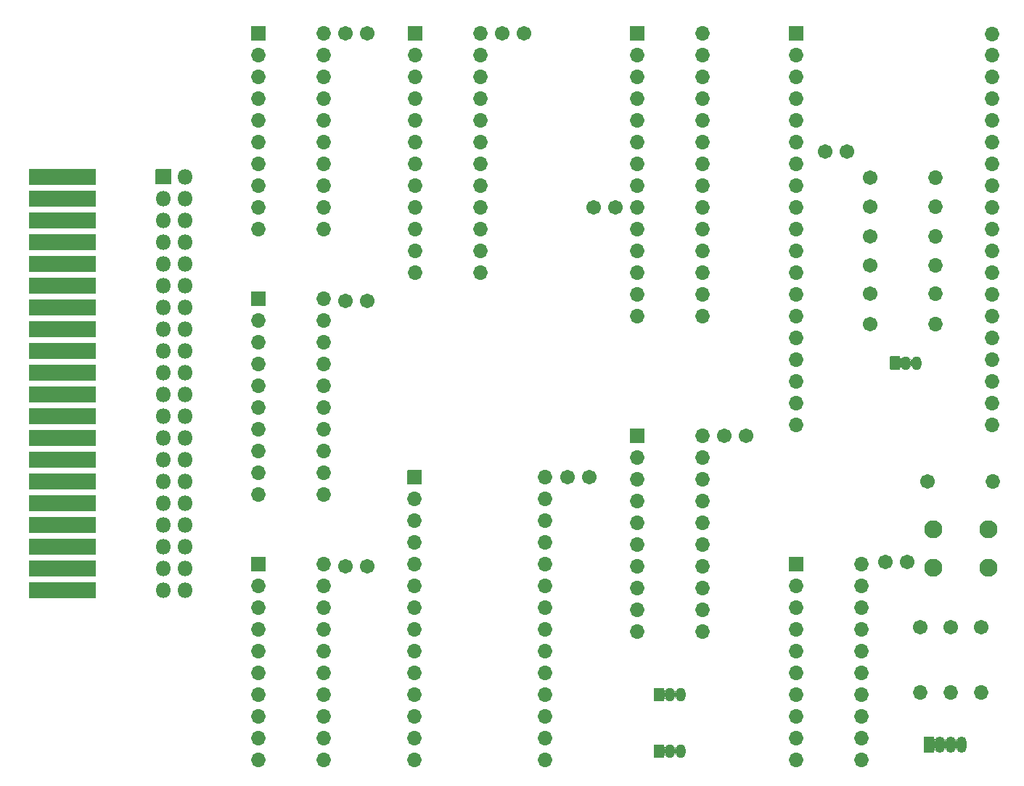
<source format=gbr>
%TF.GenerationSoftware,KiCad,Pcbnew,(5.1.9-0-10_14)*%
%TF.CreationDate,2021-07-19T10:05:44-07:00*%
%TF.ProjectId,TRS-IO-M1,5452532d-494f-42d4-9d31-2e6b69636164,rev?*%
%TF.SameCoordinates,Original*%
%TF.FileFunction,Soldermask,Bot*%
%TF.FilePolarity,Negative*%
%FSLAX46Y46*%
G04 Gerber Fmt 4.6, Leading zero omitted, Abs format (unit mm)*
G04 Created by KiCad (PCBNEW (5.1.9-0-10_14)) date 2021-07-19 10:05:44*
%MOMM*%
%LPD*%
G01*
G04 APERTURE LIST*
%ADD10O,1.702000X1.702000*%
%ADD11C,2.102000*%
%ADD12C,1.702000*%
%ADD13O,1.152000X1.602000*%
%ADD14O,1.802000X1.802000*%
%ADD15O,1.172000X1.902000*%
%ADD16C,0.100000*%
G04 APERTURE END LIST*
D10*
%TO.C,U9*%
X181737000Y-99009200D03*
X174117000Y-121869200D03*
X181737000Y-101549200D03*
X174117000Y-119329200D03*
X181737000Y-104089200D03*
X174117000Y-116789200D03*
X181737000Y-106629200D03*
X174117000Y-114249200D03*
X181737000Y-109169200D03*
X174117000Y-111709200D03*
X181737000Y-111709200D03*
X174117000Y-109169200D03*
X181737000Y-114249200D03*
X174117000Y-106629200D03*
X181737000Y-116789200D03*
X174117000Y-104089200D03*
X181737000Y-119329200D03*
X174117000Y-101549200D03*
X181737000Y-121869200D03*
G36*
G01*
X173266000Y-99809200D02*
X173266000Y-98209200D01*
G75*
G02*
X173317000Y-98158200I51000J0D01*
G01*
X174917000Y-98158200D01*
G75*
G02*
X174968000Y-98209200I0J-51000D01*
G01*
X174968000Y-99809200D01*
G75*
G02*
X174917000Y-99860200I-51000J0D01*
G01*
X173317000Y-99860200D01*
G75*
G02*
X173266000Y-99809200I0J51000D01*
G01*
G37*
%TD*%
%TO.C,U8*%
X155829000Y-52019200D03*
X148209000Y-79959200D03*
X155829000Y-54559200D03*
X148209000Y-77419200D03*
X155829000Y-57099200D03*
X148209000Y-74879200D03*
X155829000Y-59639200D03*
X148209000Y-72339200D03*
X155829000Y-62179200D03*
X148209000Y-69799200D03*
X155829000Y-64719200D03*
X148209000Y-67259200D03*
X155829000Y-67259200D03*
X148209000Y-64719200D03*
X155829000Y-69799200D03*
X148209000Y-62179200D03*
X155829000Y-72339200D03*
X148209000Y-59639200D03*
X155829000Y-74879200D03*
X148209000Y-57099200D03*
X155829000Y-77419200D03*
X148209000Y-54559200D03*
X155829000Y-79959200D03*
G36*
G01*
X147358000Y-52819200D02*
X147358000Y-51219200D01*
G75*
G02*
X147409000Y-51168200I51000J0D01*
G01*
X149009000Y-51168200D01*
G75*
G02*
X149060000Y-51219200I0J-51000D01*
G01*
X149060000Y-52819200D01*
G75*
G02*
X149009000Y-52870200I-51000J0D01*
G01*
X147409000Y-52870200D01*
G75*
G02*
X147358000Y-52819200I0J51000D01*
G01*
G37*
%TD*%
%TO.C,U7*%
X200279000Y-113995200D03*
X192659000Y-136855200D03*
X200279000Y-116535200D03*
X192659000Y-134315200D03*
X200279000Y-119075200D03*
X192659000Y-131775200D03*
X200279000Y-121615200D03*
X192659000Y-129235200D03*
X200279000Y-124155200D03*
X192659000Y-126695200D03*
X200279000Y-126695200D03*
X192659000Y-124155200D03*
X200279000Y-129235200D03*
X192659000Y-121615200D03*
X200279000Y-131775200D03*
X192659000Y-119075200D03*
X200279000Y-134315200D03*
X192659000Y-116535200D03*
X200279000Y-136855200D03*
G36*
G01*
X191808000Y-114795200D02*
X191808000Y-113195200D01*
G75*
G02*
X191859000Y-113144200I51000J0D01*
G01*
X193459000Y-113144200D01*
G75*
G02*
X193510000Y-113195200I0J-51000D01*
G01*
X193510000Y-114795200D01*
G75*
G02*
X193459000Y-114846200I-51000J0D01*
G01*
X191859000Y-114846200D01*
G75*
G02*
X191808000Y-114795200I0J51000D01*
G01*
G37*
%TD*%
%TO.C,U6*%
X137541000Y-113995200D03*
X129921000Y-136855200D03*
X137541000Y-116535200D03*
X129921000Y-134315200D03*
X137541000Y-119075200D03*
X129921000Y-131775200D03*
X137541000Y-121615200D03*
X129921000Y-129235200D03*
X137541000Y-124155200D03*
X129921000Y-126695200D03*
X137541000Y-126695200D03*
X129921000Y-124155200D03*
X137541000Y-129235200D03*
X129921000Y-121615200D03*
X137541000Y-131775200D03*
X129921000Y-119075200D03*
X137541000Y-134315200D03*
X129921000Y-116535200D03*
X137541000Y-136855200D03*
G36*
G01*
X129070000Y-114795200D02*
X129070000Y-113195200D01*
G75*
G02*
X129121000Y-113144200I51000J0D01*
G01*
X130721000Y-113144200D01*
G75*
G02*
X130772000Y-113195200I0J-51000D01*
G01*
X130772000Y-114795200D01*
G75*
G02*
X130721000Y-114846200I-51000J0D01*
G01*
X129121000Y-114846200D01*
G75*
G02*
X129070000Y-114795200I0J51000D01*
G01*
G37*
%TD*%
%TO.C,U5*%
X137541000Y-52019200D03*
X129921000Y-74879200D03*
X137541000Y-54559200D03*
X129921000Y-72339200D03*
X137541000Y-57099200D03*
X129921000Y-69799200D03*
X137541000Y-59639200D03*
X129921000Y-67259200D03*
X137541000Y-62179200D03*
X129921000Y-64719200D03*
X137541000Y-64719200D03*
X129921000Y-62179200D03*
X137541000Y-67259200D03*
X129921000Y-59639200D03*
X137541000Y-69799200D03*
X129921000Y-57099200D03*
X137541000Y-72339200D03*
X129921000Y-54559200D03*
X137541000Y-74879200D03*
G36*
G01*
X129070000Y-52819200D02*
X129070000Y-51219200D01*
G75*
G02*
X129121000Y-51168200I51000J0D01*
G01*
X130721000Y-51168200D01*
G75*
G02*
X130772000Y-51219200I0J-51000D01*
G01*
X130772000Y-52819200D01*
G75*
G02*
X130721000Y-52870200I-51000J0D01*
G01*
X129121000Y-52870200D01*
G75*
G02*
X129070000Y-52819200I0J51000D01*
G01*
G37*
%TD*%
%TO.C,U4*%
X137541000Y-83007200D03*
X129921000Y-105867200D03*
X137541000Y-85547200D03*
X129921000Y-103327200D03*
X137541000Y-88087200D03*
X129921000Y-100787200D03*
X137541000Y-90627200D03*
X129921000Y-98247200D03*
X137541000Y-93167200D03*
X129921000Y-95707200D03*
X137541000Y-95707200D03*
X129921000Y-93167200D03*
X137541000Y-98247200D03*
X129921000Y-90627200D03*
X137541000Y-100787200D03*
X129921000Y-88087200D03*
X137541000Y-103327200D03*
X129921000Y-85547200D03*
X137541000Y-105867200D03*
G36*
G01*
X129070000Y-83807200D02*
X129070000Y-82207200D01*
G75*
G02*
X129121000Y-82156200I51000J0D01*
G01*
X130721000Y-82156200D01*
G75*
G02*
X130772000Y-82207200I0J-51000D01*
G01*
X130772000Y-83807200D01*
G75*
G02*
X130721000Y-83858200I-51000J0D01*
G01*
X129121000Y-83858200D01*
G75*
G02*
X129070000Y-83807200I0J51000D01*
G01*
G37*
%TD*%
%TO.C,U3*%
X181737000Y-52019200D03*
X174117000Y-85039200D03*
X181737000Y-54559200D03*
X174117000Y-82499200D03*
X181737000Y-57099200D03*
X174117000Y-79959200D03*
X181737000Y-59639200D03*
X174117000Y-77419200D03*
X181737000Y-62179200D03*
X174117000Y-74879200D03*
X181737000Y-64719200D03*
X174117000Y-72339200D03*
X181737000Y-67259200D03*
X174117000Y-69799200D03*
X181737000Y-69799200D03*
X174117000Y-67259200D03*
X181737000Y-72339200D03*
X174117000Y-64719200D03*
X181737000Y-74879200D03*
X174117000Y-62179200D03*
X181737000Y-77419200D03*
X174117000Y-59639200D03*
X181737000Y-79959200D03*
X174117000Y-57099200D03*
X181737000Y-82499200D03*
X174117000Y-54559200D03*
X181737000Y-85039200D03*
G36*
G01*
X173266000Y-52819200D02*
X173266000Y-51219200D01*
G75*
G02*
X173317000Y-51168200I51000J0D01*
G01*
X174917000Y-51168200D01*
G75*
G02*
X174968000Y-51219200I0J-51000D01*
G01*
X174968000Y-52819200D01*
G75*
G02*
X174917000Y-52870200I-51000J0D01*
G01*
X173317000Y-52870200D01*
G75*
G02*
X173266000Y-52819200I0J51000D01*
G01*
G37*
%TD*%
%TO.C,U2*%
X163399000Y-103845200D03*
X148159000Y-136865200D03*
X163399000Y-106385200D03*
X148159000Y-134325200D03*
X163399000Y-108925200D03*
X148159000Y-131785200D03*
X163399000Y-111465200D03*
X148159000Y-129245200D03*
X163399000Y-114005200D03*
X148159000Y-126705200D03*
X163399000Y-116545200D03*
X148159000Y-124165200D03*
X163399000Y-119085200D03*
X148159000Y-121625200D03*
X163399000Y-121625200D03*
X148159000Y-119085200D03*
X163399000Y-124165200D03*
X148159000Y-116545200D03*
X163399000Y-126705200D03*
X148159000Y-114005200D03*
X163399000Y-129245200D03*
X148159000Y-111465200D03*
X163399000Y-131785200D03*
X148159000Y-108925200D03*
X163399000Y-134325200D03*
X148159000Y-106385200D03*
X163399000Y-136865200D03*
G36*
G01*
X147308000Y-104645200D02*
X147308000Y-103045200D01*
G75*
G02*
X147359000Y-102994200I51000J0D01*
G01*
X148959000Y-102994200D01*
G75*
G02*
X149010000Y-103045200I0J-51000D01*
G01*
X149010000Y-104645200D01*
G75*
G02*
X148959000Y-104696200I-51000J0D01*
G01*
X147359000Y-104696200D01*
G75*
G02*
X147308000Y-104645200I0J51000D01*
G01*
G37*
%TD*%
%TO.C,U1*%
X215519000Y-52082700D03*
X215519000Y-54559200D03*
X192659000Y-97739200D03*
X215519000Y-57099200D03*
X192659000Y-95199200D03*
X215519000Y-59639200D03*
X192659000Y-92659200D03*
X215519000Y-62179200D03*
X192659000Y-90119200D03*
X215519000Y-64719200D03*
X192659000Y-87579200D03*
X215519000Y-67259200D03*
X192659000Y-85039200D03*
X215519000Y-69799200D03*
X192659000Y-82499200D03*
X215519000Y-72339200D03*
X192659000Y-79959200D03*
X215519000Y-74879200D03*
X192659000Y-77419200D03*
X215519000Y-77419200D03*
X192659000Y-74879200D03*
X215519000Y-79959200D03*
X192659000Y-72339200D03*
X215519000Y-82499200D03*
X192659000Y-69799200D03*
X215519000Y-85039200D03*
X192659000Y-67259200D03*
X215519000Y-87579200D03*
X192659000Y-64719200D03*
X215519000Y-90119200D03*
X192659000Y-62179200D03*
X215519000Y-92659200D03*
X192659000Y-59639200D03*
X215519000Y-95199200D03*
X192659000Y-57099200D03*
X215519000Y-97739200D03*
X192659000Y-54559200D03*
G36*
G01*
X191808000Y-52819200D02*
X191808000Y-51219200D01*
G75*
G02*
X191859000Y-51168200I51000J0D01*
G01*
X193459000Y-51168200D01*
G75*
G02*
X193510000Y-51219200I0J-51000D01*
G01*
X193510000Y-52819200D01*
G75*
G02*
X193459000Y-52870200I-51000J0D01*
G01*
X191859000Y-52870200D01*
G75*
G02*
X191808000Y-52819200I0J51000D01*
G01*
G37*
%TD*%
D11*
%TO.C,SW1*%
X215132500Y-109931200D03*
X215132500Y-114431200D03*
X208632500Y-109931200D03*
X208632500Y-114431200D03*
%TD*%
D10*
%TO.C,R4*%
X215582500Y-104343200D03*
D12*
X207962500Y-104343200D03*
%TD*%
D10*
%TO.C,R3*%
X210693000Y-128981200D03*
D12*
X210693000Y-121361200D03*
%TD*%
D10*
%TO.C,R2*%
X214249000Y-128981200D03*
D12*
X214249000Y-121361200D03*
%TD*%
D10*
%TO.C,R1*%
X207137000Y-128981200D03*
D12*
X207137000Y-121361200D03*
%TD*%
%TO.C,Q2*%
G36*
G01*
X176081000Y-129985200D02*
X176081000Y-128485200D01*
G75*
G02*
X176132000Y-128434200I51000J0D01*
G01*
X177182000Y-128434200D01*
G75*
G02*
X177233000Y-128485200I0J-51000D01*
G01*
X177233000Y-129985200D01*
G75*
G02*
X177182000Y-130036200I-51000J0D01*
G01*
X176132000Y-130036200D01*
G75*
G02*
X176081000Y-129985200I0J51000D01*
G01*
G37*
D13*
X179197000Y-129235200D03*
X177927000Y-129235200D03*
%TD*%
%TO.C,Q1*%
G36*
G01*
X176081000Y-136589200D02*
X176081000Y-135089200D01*
G75*
G02*
X176132000Y-135038200I51000J0D01*
G01*
X177182000Y-135038200D01*
G75*
G02*
X177233000Y-135089200I0J-51000D01*
G01*
X177233000Y-136589200D01*
G75*
G02*
X177182000Y-136640200I-51000J0D01*
G01*
X176132000Y-136640200D01*
G75*
G02*
X176081000Y-136589200I0J51000D01*
G01*
G37*
X179197000Y-135839200D03*
X177927000Y-135839200D03*
%TD*%
%TO.C,J2*%
G36*
G01*
X110871000Y-69723200D02*
X103251000Y-69723200D01*
G75*
G02*
X103200000Y-69672200I0J51000D01*
G01*
X103200000Y-67894200D01*
G75*
G02*
X103251000Y-67843200I51000J0D01*
G01*
X110871000Y-67843200D01*
G75*
G02*
X110922000Y-67894200I0J-51000D01*
G01*
X110922000Y-69672200D01*
G75*
G02*
X110871000Y-69723200I-51000J0D01*
G01*
G37*
G36*
G01*
X110871000Y-72263200D02*
X103251000Y-72263200D01*
G75*
G02*
X103200000Y-72212200I0J51000D01*
G01*
X103200000Y-70434200D01*
G75*
G02*
X103251000Y-70383200I51000J0D01*
G01*
X110871000Y-70383200D01*
G75*
G02*
X110922000Y-70434200I0J-51000D01*
G01*
X110922000Y-72212200D01*
G75*
G02*
X110871000Y-72263200I-51000J0D01*
G01*
G37*
G36*
G01*
X110871000Y-74803200D02*
X103251000Y-74803200D01*
G75*
G02*
X103200000Y-74752200I0J51000D01*
G01*
X103200000Y-72974200D01*
G75*
G02*
X103251000Y-72923200I51000J0D01*
G01*
X110871000Y-72923200D01*
G75*
G02*
X110922000Y-72974200I0J-51000D01*
G01*
X110922000Y-74752200D01*
G75*
G02*
X110871000Y-74803200I-51000J0D01*
G01*
G37*
G36*
G01*
X110871000Y-77343200D02*
X103251000Y-77343200D01*
G75*
G02*
X103200000Y-77292200I0J51000D01*
G01*
X103200000Y-75514200D01*
G75*
G02*
X103251000Y-75463200I51000J0D01*
G01*
X110871000Y-75463200D01*
G75*
G02*
X110922000Y-75514200I0J-51000D01*
G01*
X110922000Y-77292200D01*
G75*
G02*
X110871000Y-77343200I-51000J0D01*
G01*
G37*
G36*
G01*
X110871000Y-79883200D02*
X103251000Y-79883200D01*
G75*
G02*
X103200000Y-79832200I0J51000D01*
G01*
X103200000Y-78054200D01*
G75*
G02*
X103251000Y-78003200I51000J0D01*
G01*
X110871000Y-78003200D01*
G75*
G02*
X110922000Y-78054200I0J-51000D01*
G01*
X110922000Y-79832200D01*
G75*
G02*
X110871000Y-79883200I-51000J0D01*
G01*
G37*
G36*
G01*
X110871000Y-82423200D02*
X103251000Y-82423200D01*
G75*
G02*
X103200000Y-82372200I0J51000D01*
G01*
X103200000Y-80594200D01*
G75*
G02*
X103251000Y-80543200I51000J0D01*
G01*
X110871000Y-80543200D01*
G75*
G02*
X110922000Y-80594200I0J-51000D01*
G01*
X110922000Y-82372200D01*
G75*
G02*
X110871000Y-82423200I-51000J0D01*
G01*
G37*
G36*
G01*
X110871000Y-84963200D02*
X103251000Y-84963200D01*
G75*
G02*
X103200000Y-84912200I0J51000D01*
G01*
X103200000Y-83134200D01*
G75*
G02*
X103251000Y-83083200I51000J0D01*
G01*
X110871000Y-83083200D01*
G75*
G02*
X110922000Y-83134200I0J-51000D01*
G01*
X110922000Y-84912200D01*
G75*
G02*
X110871000Y-84963200I-51000J0D01*
G01*
G37*
G36*
G01*
X110871000Y-87503200D02*
X103251000Y-87503200D01*
G75*
G02*
X103200000Y-87452200I0J51000D01*
G01*
X103200000Y-85674200D01*
G75*
G02*
X103251000Y-85623200I51000J0D01*
G01*
X110871000Y-85623200D01*
G75*
G02*
X110922000Y-85674200I0J-51000D01*
G01*
X110922000Y-87452200D01*
G75*
G02*
X110871000Y-87503200I-51000J0D01*
G01*
G37*
G36*
G01*
X110871000Y-90043200D02*
X103251000Y-90043200D01*
G75*
G02*
X103200000Y-89992200I0J51000D01*
G01*
X103200000Y-88214200D01*
G75*
G02*
X103251000Y-88163200I51000J0D01*
G01*
X110871000Y-88163200D01*
G75*
G02*
X110922000Y-88214200I0J-51000D01*
G01*
X110922000Y-89992200D01*
G75*
G02*
X110871000Y-90043200I-51000J0D01*
G01*
G37*
G36*
G01*
X110871000Y-92583200D02*
X103251000Y-92583200D01*
G75*
G02*
X103200000Y-92532200I0J51000D01*
G01*
X103200000Y-90754200D01*
G75*
G02*
X103251000Y-90703200I51000J0D01*
G01*
X110871000Y-90703200D01*
G75*
G02*
X110922000Y-90754200I0J-51000D01*
G01*
X110922000Y-92532200D01*
G75*
G02*
X110871000Y-92583200I-51000J0D01*
G01*
G37*
G36*
G01*
X110871000Y-95123200D02*
X103251000Y-95123200D01*
G75*
G02*
X103200000Y-95072200I0J51000D01*
G01*
X103200000Y-93294200D01*
G75*
G02*
X103251000Y-93243200I51000J0D01*
G01*
X110871000Y-93243200D01*
G75*
G02*
X110922000Y-93294200I0J-51000D01*
G01*
X110922000Y-95072200D01*
G75*
G02*
X110871000Y-95123200I-51000J0D01*
G01*
G37*
G36*
G01*
X110871000Y-97663200D02*
X103251000Y-97663200D01*
G75*
G02*
X103200000Y-97612200I0J51000D01*
G01*
X103200000Y-95834200D01*
G75*
G02*
X103251000Y-95783200I51000J0D01*
G01*
X110871000Y-95783200D01*
G75*
G02*
X110922000Y-95834200I0J-51000D01*
G01*
X110922000Y-97612200D01*
G75*
G02*
X110871000Y-97663200I-51000J0D01*
G01*
G37*
G36*
G01*
X110871000Y-100203200D02*
X103251000Y-100203200D01*
G75*
G02*
X103200000Y-100152200I0J51000D01*
G01*
X103200000Y-98374200D01*
G75*
G02*
X103251000Y-98323200I51000J0D01*
G01*
X110871000Y-98323200D01*
G75*
G02*
X110922000Y-98374200I0J-51000D01*
G01*
X110922000Y-100152200D01*
G75*
G02*
X110871000Y-100203200I-51000J0D01*
G01*
G37*
G36*
G01*
X110871000Y-102743200D02*
X103251000Y-102743200D01*
G75*
G02*
X103200000Y-102692200I0J51000D01*
G01*
X103200000Y-100914200D01*
G75*
G02*
X103251000Y-100863200I51000J0D01*
G01*
X110871000Y-100863200D01*
G75*
G02*
X110922000Y-100914200I0J-51000D01*
G01*
X110922000Y-102692200D01*
G75*
G02*
X110871000Y-102743200I-51000J0D01*
G01*
G37*
G36*
G01*
X110871000Y-105283200D02*
X103251000Y-105283200D01*
G75*
G02*
X103200000Y-105232200I0J51000D01*
G01*
X103200000Y-103454200D01*
G75*
G02*
X103251000Y-103403200I51000J0D01*
G01*
X110871000Y-103403200D01*
G75*
G02*
X110922000Y-103454200I0J-51000D01*
G01*
X110922000Y-105232200D01*
G75*
G02*
X110871000Y-105283200I-51000J0D01*
G01*
G37*
G36*
G01*
X110871000Y-107823200D02*
X103251000Y-107823200D01*
G75*
G02*
X103200000Y-107772200I0J51000D01*
G01*
X103200000Y-105994200D01*
G75*
G02*
X103251000Y-105943200I51000J0D01*
G01*
X110871000Y-105943200D01*
G75*
G02*
X110922000Y-105994200I0J-51000D01*
G01*
X110922000Y-107772200D01*
G75*
G02*
X110871000Y-107823200I-51000J0D01*
G01*
G37*
G36*
G01*
X110871000Y-110363200D02*
X103251000Y-110363200D01*
G75*
G02*
X103200000Y-110312200I0J51000D01*
G01*
X103200000Y-108534200D01*
G75*
G02*
X103251000Y-108483200I51000J0D01*
G01*
X110871000Y-108483200D01*
G75*
G02*
X110922000Y-108534200I0J-51000D01*
G01*
X110922000Y-110312200D01*
G75*
G02*
X110871000Y-110363200I-51000J0D01*
G01*
G37*
G36*
G01*
X110871000Y-112903200D02*
X103251000Y-112903200D01*
G75*
G02*
X103200000Y-112852200I0J51000D01*
G01*
X103200000Y-111074200D01*
G75*
G02*
X103251000Y-111023200I51000J0D01*
G01*
X110871000Y-111023200D01*
G75*
G02*
X110922000Y-111074200I0J-51000D01*
G01*
X110922000Y-112852200D01*
G75*
G02*
X110871000Y-112903200I-51000J0D01*
G01*
G37*
G36*
G01*
X110871000Y-115443200D02*
X103251000Y-115443200D01*
G75*
G02*
X103200000Y-115392200I0J51000D01*
G01*
X103200000Y-113614200D01*
G75*
G02*
X103251000Y-113563200I51000J0D01*
G01*
X110871000Y-113563200D01*
G75*
G02*
X110922000Y-113614200I0J-51000D01*
G01*
X110922000Y-115392200D01*
G75*
G02*
X110871000Y-115443200I-51000J0D01*
G01*
G37*
G36*
G01*
X110871000Y-117983200D02*
X103251000Y-117983200D01*
G75*
G02*
X103200000Y-117932200I0J51000D01*
G01*
X103200000Y-116154200D01*
G75*
G02*
X103251000Y-116103200I51000J0D01*
G01*
X110871000Y-116103200D01*
G75*
G02*
X110922000Y-116154200I0J-51000D01*
G01*
X110922000Y-117932200D01*
G75*
G02*
X110871000Y-117983200I-51000J0D01*
G01*
G37*
%TD*%
D14*
%TO.C,J1*%
X121379000Y-117019200D03*
X118839000Y-117019200D03*
X121379000Y-114479200D03*
X118839000Y-114479200D03*
X121379000Y-111939200D03*
X118839000Y-111939200D03*
X121379000Y-109399200D03*
X118839000Y-109399200D03*
X121379000Y-106859200D03*
X118839000Y-106859200D03*
X121379000Y-104319200D03*
X118839000Y-104319200D03*
X121379000Y-101779200D03*
X118839000Y-101779200D03*
X121379000Y-99239200D03*
X118839000Y-99239200D03*
X121379000Y-96699200D03*
X118839000Y-96699200D03*
X121379000Y-94159200D03*
X118839000Y-94159200D03*
X121379000Y-91619200D03*
X118839000Y-91619200D03*
X121379000Y-89079200D03*
X118839000Y-89079200D03*
X121379000Y-86539200D03*
X118839000Y-86539200D03*
X121379000Y-83999200D03*
X118839000Y-83999200D03*
X121379000Y-81459200D03*
X118839000Y-81459200D03*
X121379000Y-78919200D03*
X118839000Y-78919200D03*
X121379000Y-76379200D03*
X118839000Y-76379200D03*
X121379000Y-73839200D03*
X118839000Y-73839200D03*
X121379000Y-71299200D03*
X118839000Y-71299200D03*
X121379000Y-68759200D03*
G36*
G01*
X117938000Y-69609200D02*
X117938000Y-67909200D01*
G75*
G02*
X117989000Y-67858200I51000J0D01*
G01*
X119689000Y-67858200D01*
G75*
G02*
X119740000Y-67909200I0J-51000D01*
G01*
X119740000Y-69609200D01*
G75*
G02*
X119689000Y-69660200I-51000J0D01*
G01*
X117989000Y-69660200D01*
G75*
G02*
X117938000Y-69609200I0J51000D01*
G01*
G37*
%TD*%
D15*
%TO.C,D1*%
X211963000Y-135077200D03*
X210693000Y-135077200D03*
X209423000Y-135077200D03*
G36*
G01*
X207567000Y-135977200D02*
X207567000Y-134177200D01*
G75*
G02*
X207618000Y-134126200I51000J0D01*
G01*
X208688000Y-134126200D01*
G75*
G02*
X208739000Y-134177200I0J-51000D01*
G01*
X208739000Y-135977200D01*
G75*
G02*
X208688000Y-136028200I-51000J0D01*
G01*
X207618000Y-136028200D01*
G75*
G02*
X207567000Y-135977200I0J51000D01*
G01*
G37*
%TD*%
D12*
%TO.C,C8*%
X160869000Y-52019200D03*
X158369000Y-52019200D03*
%TD*%
%TO.C,C7*%
X142581000Y-52019200D03*
X140081000Y-52019200D03*
%TD*%
%TO.C,C6*%
X142581000Y-114249200D03*
X140081000Y-114249200D03*
%TD*%
%TO.C,C5*%
X205573000Y-113741200D03*
X203073000Y-113741200D03*
%TD*%
%TO.C,C4*%
X142581000Y-83261200D03*
X140081000Y-83261200D03*
%TD*%
%TO.C,C3*%
X169077000Y-72339200D03*
X171577000Y-72339200D03*
%TD*%
%TO.C,C2*%
X186777000Y-99009200D03*
X184277000Y-99009200D03*
%TD*%
%TO.C,C1*%
X168489000Y-103835200D03*
X165989000Y-103835200D03*
%TD*%
%TO.C,C9*%
X198551800Y-65836800D03*
X196051800Y-65836800D03*
%TD*%
D13*
%TO.C,Q3*%
X205460600Y-90500200D03*
X206730600Y-90500200D03*
G36*
G01*
X203614600Y-91250200D02*
X203614600Y-89750200D01*
G75*
G02*
X203665600Y-89699200I51000J0D01*
G01*
X204715600Y-89699200D01*
G75*
G02*
X204766600Y-89750200I0J-51000D01*
G01*
X204766600Y-91250200D01*
G75*
G02*
X204715600Y-91301200I-51000J0D01*
G01*
X203665600Y-91301200D01*
G75*
G02*
X203614600Y-91250200I0J51000D01*
G01*
G37*
%TD*%
D10*
%TO.C,R5*%
X208940400Y-85953600D03*
D12*
X201320400Y-85953600D03*
%TD*%
%TO.C,R6*%
X201320400Y-82423000D03*
D10*
X208940400Y-82423000D03*
%TD*%
D12*
%TO.C,R7*%
X201320400Y-79121000D03*
D10*
X208940400Y-79121000D03*
%TD*%
%TO.C,R8*%
X208940400Y-75692000D03*
D12*
X201320400Y-75692000D03*
%TD*%
%TO.C,R9*%
X201320400Y-72263000D03*
D10*
X208940400Y-72263000D03*
%TD*%
%TO.C,R10*%
X208940400Y-68834000D03*
D12*
X201320400Y-68834000D03*
%TD*%
D16*
G36*
X177234990Y-135207665D02*
G01*
X177237372Y-135231852D01*
X177244372Y-135254927D01*
X177255737Y-135276191D01*
X177271032Y-135294828D01*
X177289669Y-135310123D01*
X177310933Y-135321488D01*
X177334008Y-135328488D01*
X177357999Y-135330851D01*
X177381990Y-135328488D01*
X177405065Y-135321488D01*
X177426329Y-135310123D01*
X177445005Y-135294796D01*
X177446339Y-135293324D01*
X177448243Y-135292712D01*
X177449725Y-135294055D01*
X177449585Y-135295610D01*
X177396702Y-135394544D01*
X177364038Y-135502224D01*
X177353000Y-135614294D01*
X177353000Y-136064106D01*
X177364038Y-136176177D01*
X177396702Y-136283857D01*
X177449746Y-136383092D01*
X177451836Y-136385638D01*
X177452162Y-136387612D01*
X177450616Y-136388880D01*
X177448876Y-136388321D01*
X177436023Y-136375468D01*
X177415976Y-136362073D01*
X177393702Y-136352847D01*
X177370051Y-136348143D01*
X177345945Y-136348143D01*
X177322295Y-136352848D01*
X177300021Y-136362074D01*
X177279974Y-136375469D01*
X177262927Y-136392516D01*
X177249532Y-136412563D01*
X177240323Y-136434794D01*
X177234978Y-136470833D01*
X177233735Y-136472400D01*
X177231757Y-136472107D01*
X177231000Y-136470540D01*
X177231000Y-135207861D01*
X177232000Y-135206129D01*
X177234000Y-135206129D01*
X177234990Y-135207665D01*
G37*
G36*
X178670621Y-135385440D02*
G01*
X178670591Y-135387268D01*
X178666702Y-135394544D01*
X178634038Y-135502224D01*
X178623000Y-135614294D01*
X178623000Y-136064106D01*
X178634038Y-136176177D01*
X178666702Y-136283857D01*
X178670591Y-136291133D01*
X178670525Y-136293132D01*
X178668762Y-136294075D01*
X178667164Y-136293187D01*
X178657071Y-136278082D01*
X178640024Y-136261035D01*
X178619976Y-136247640D01*
X178597702Y-136238414D01*
X178574052Y-136233710D01*
X178549946Y-136233710D01*
X178526296Y-136238415D01*
X178504022Y-136247641D01*
X178483975Y-136261036D01*
X178466928Y-136278083D01*
X178456836Y-136293187D01*
X178455042Y-136294072D01*
X178453379Y-136292961D01*
X178453409Y-136291133D01*
X178457298Y-136283857D01*
X178489962Y-136176177D01*
X178501000Y-136064105D01*
X178501000Y-135614294D01*
X178489962Y-135502223D01*
X178457298Y-135394543D01*
X178453411Y-135387272D01*
X178453477Y-135385273D01*
X178455240Y-135384330D01*
X178456838Y-135385218D01*
X178466929Y-135400319D01*
X178483976Y-135417366D01*
X178504023Y-135430761D01*
X178526297Y-135439987D01*
X178549947Y-135444691D01*
X178574054Y-135444691D01*
X178597704Y-135439986D01*
X178619978Y-135430760D01*
X178640025Y-135417365D01*
X178657072Y-135400318D01*
X178667164Y-135385214D01*
X178668958Y-135384329D01*
X178670621Y-135385440D01*
G37*
G36*
X208740990Y-134277792D02*
G01*
X208743372Y-134301979D01*
X208750372Y-134325054D01*
X208761737Y-134346318D01*
X208777032Y-134364955D01*
X208795669Y-134380250D01*
X208816933Y-134391615D01*
X208840008Y-134398615D01*
X208863999Y-134400978D01*
X208887990Y-134398615D01*
X208911065Y-134391615D01*
X208932285Y-134380273D01*
X208956241Y-134358560D01*
X208958196Y-134358138D01*
X208959539Y-134359620D01*
X208959130Y-134361311D01*
X208937430Y-134387753D01*
X208883464Y-134488718D01*
X208850230Y-134598273D01*
X208839000Y-134712294D01*
X208839000Y-135442106D01*
X208850230Y-135556128D01*
X208883465Y-135665683D01*
X208937431Y-135766648D01*
X208957830Y-135791504D01*
X208958156Y-135793478D01*
X208956610Y-135794746D01*
X208954870Y-135794187D01*
X208942023Y-135781340D01*
X208921975Y-135767945D01*
X208899702Y-135758719D01*
X208876051Y-135754015D01*
X208851945Y-135754015D01*
X208828295Y-135758720D01*
X208806021Y-135767946D01*
X208785974Y-135781341D01*
X208768927Y-135798388D01*
X208755532Y-135818436D01*
X208746323Y-135840666D01*
X208740978Y-135876705D01*
X208739735Y-135878272D01*
X208737757Y-135877979D01*
X208737000Y-135876412D01*
X208737000Y-134277988D01*
X208738000Y-134276256D01*
X208740000Y-134276256D01*
X208740990Y-134277792D01*
G37*
G36*
X211222832Y-134462097D02*
G01*
X211232928Y-134477207D01*
X211249975Y-134494254D01*
X211270023Y-134507649D01*
X211292297Y-134516876D01*
X211315947Y-134521580D01*
X211340053Y-134521580D01*
X211363703Y-134516876D01*
X211385977Y-134507649D01*
X211406024Y-134494255D01*
X211423071Y-134477208D01*
X211433168Y-134462097D01*
X211434962Y-134461212D01*
X211436625Y-134462323D01*
X211436595Y-134464151D01*
X211423464Y-134488718D01*
X211390230Y-134598273D01*
X211379000Y-134712294D01*
X211379000Y-135442106D01*
X211390230Y-135556128D01*
X211423465Y-135665683D01*
X211436592Y-135690242D01*
X211436526Y-135692241D01*
X211434763Y-135693184D01*
X211433165Y-135692296D01*
X211423073Y-135677192D01*
X211406026Y-135660145D01*
X211385979Y-135646750D01*
X211363705Y-135637524D01*
X211340055Y-135632819D01*
X211315949Y-135632819D01*
X211292299Y-135637523D01*
X211270025Y-135646749D01*
X211249977Y-135660144D01*
X211232930Y-135677191D01*
X211222831Y-135692306D01*
X211221037Y-135693191D01*
X211219374Y-135692080D01*
X211219404Y-135690252D01*
X211232536Y-135665683D01*
X211265770Y-135556128D01*
X211277000Y-135442106D01*
X211277000Y-134712294D01*
X211265770Y-134598272D01*
X211232536Y-134488717D01*
X211219405Y-134464151D01*
X211219471Y-134462152D01*
X211221234Y-134461209D01*
X211222832Y-134462097D01*
G37*
G36*
X209952832Y-134462097D02*
G01*
X209962928Y-134477207D01*
X209979975Y-134494254D01*
X210000023Y-134507649D01*
X210022297Y-134516876D01*
X210045947Y-134521580D01*
X210070053Y-134521580D01*
X210093703Y-134516876D01*
X210115977Y-134507649D01*
X210136024Y-134494255D01*
X210153071Y-134477208D01*
X210163168Y-134462097D01*
X210164962Y-134461212D01*
X210166625Y-134462323D01*
X210166595Y-134464151D01*
X210153464Y-134488718D01*
X210120230Y-134598273D01*
X210109000Y-134712294D01*
X210109000Y-135442106D01*
X210120230Y-135556128D01*
X210153465Y-135665683D01*
X210166592Y-135690242D01*
X210166526Y-135692241D01*
X210164763Y-135693184D01*
X210163165Y-135692296D01*
X210153073Y-135677192D01*
X210136026Y-135660145D01*
X210115979Y-135646750D01*
X210093705Y-135637524D01*
X210070055Y-135632819D01*
X210045949Y-135632819D01*
X210022299Y-135637523D01*
X210000025Y-135646749D01*
X209979977Y-135660144D01*
X209962930Y-135677191D01*
X209952831Y-135692306D01*
X209951037Y-135693191D01*
X209949374Y-135692080D01*
X209949404Y-135690252D01*
X209962536Y-135665683D01*
X209995770Y-135556128D01*
X210007000Y-135442106D01*
X210007000Y-134712294D01*
X209995770Y-134598272D01*
X209962536Y-134488717D01*
X209949405Y-134464151D01*
X209949471Y-134462152D01*
X209951234Y-134461209D01*
X209952832Y-134462097D01*
G37*
G36*
X177234990Y-128603665D02*
G01*
X177237372Y-128627852D01*
X177244372Y-128650927D01*
X177255737Y-128672191D01*
X177271032Y-128690828D01*
X177289669Y-128706123D01*
X177310933Y-128717488D01*
X177334008Y-128724488D01*
X177357999Y-128726851D01*
X177381990Y-128724488D01*
X177405065Y-128717488D01*
X177426329Y-128706123D01*
X177445005Y-128690796D01*
X177446339Y-128689324D01*
X177448243Y-128688712D01*
X177449725Y-128690055D01*
X177449585Y-128691610D01*
X177396702Y-128790544D01*
X177364038Y-128898224D01*
X177353000Y-129010294D01*
X177353000Y-129460106D01*
X177364038Y-129572177D01*
X177396702Y-129679857D01*
X177449746Y-129779092D01*
X177451836Y-129781638D01*
X177452162Y-129783612D01*
X177450616Y-129784880D01*
X177448876Y-129784321D01*
X177436023Y-129771468D01*
X177415976Y-129758073D01*
X177393702Y-129748847D01*
X177370051Y-129744143D01*
X177345945Y-129744143D01*
X177322295Y-129748848D01*
X177300021Y-129758074D01*
X177279974Y-129771469D01*
X177262927Y-129788516D01*
X177249532Y-129808563D01*
X177240323Y-129830794D01*
X177234978Y-129866833D01*
X177233735Y-129868400D01*
X177231757Y-129868107D01*
X177231000Y-129866540D01*
X177231000Y-128603861D01*
X177232000Y-128602129D01*
X177234000Y-128602129D01*
X177234990Y-128603665D01*
G37*
G36*
X178670621Y-128781440D02*
G01*
X178670591Y-128783268D01*
X178666702Y-128790544D01*
X178634038Y-128898224D01*
X178623000Y-129010294D01*
X178623000Y-129460106D01*
X178634038Y-129572177D01*
X178666702Y-129679857D01*
X178670591Y-129687133D01*
X178670525Y-129689132D01*
X178668762Y-129690075D01*
X178667164Y-129689187D01*
X178657071Y-129674082D01*
X178640024Y-129657035D01*
X178619976Y-129643640D01*
X178597702Y-129634414D01*
X178574052Y-129629710D01*
X178549946Y-129629710D01*
X178526296Y-129634415D01*
X178504022Y-129643641D01*
X178483975Y-129657036D01*
X178466928Y-129674083D01*
X178456836Y-129689187D01*
X178455042Y-129690072D01*
X178453379Y-129688961D01*
X178453409Y-129687133D01*
X178457298Y-129679857D01*
X178489962Y-129572177D01*
X178501000Y-129460105D01*
X178501000Y-129010294D01*
X178489962Y-128898223D01*
X178457298Y-128790543D01*
X178453411Y-128783272D01*
X178453477Y-128781273D01*
X178455240Y-128780330D01*
X178456838Y-128781218D01*
X178466929Y-128796319D01*
X178483976Y-128813366D01*
X178504023Y-128826761D01*
X178526297Y-128835987D01*
X178549947Y-128840691D01*
X178574054Y-128840691D01*
X178597704Y-128835986D01*
X178619978Y-128826760D01*
X178640025Y-128813365D01*
X178657072Y-128796318D01*
X178667164Y-128781214D01*
X178668958Y-128780329D01*
X178670621Y-128781440D01*
G37*
G36*
X204768590Y-89868665D02*
G01*
X204770972Y-89892852D01*
X204777972Y-89915927D01*
X204789337Y-89937191D01*
X204804632Y-89955828D01*
X204823269Y-89971123D01*
X204844533Y-89982488D01*
X204867608Y-89989488D01*
X204891599Y-89991851D01*
X204915590Y-89989488D01*
X204938665Y-89982488D01*
X204959929Y-89971123D01*
X204978605Y-89955796D01*
X204979939Y-89954324D01*
X204981843Y-89953712D01*
X204983325Y-89955055D01*
X204983185Y-89956610D01*
X204930302Y-90055544D01*
X204897638Y-90163224D01*
X204886600Y-90275294D01*
X204886600Y-90725106D01*
X204897638Y-90837177D01*
X204930302Y-90944857D01*
X204983346Y-91044092D01*
X204985436Y-91046638D01*
X204985762Y-91048612D01*
X204984216Y-91049880D01*
X204982476Y-91049321D01*
X204969623Y-91036468D01*
X204949576Y-91023073D01*
X204927302Y-91013847D01*
X204903651Y-91009143D01*
X204879545Y-91009143D01*
X204855895Y-91013848D01*
X204833621Y-91023074D01*
X204813574Y-91036469D01*
X204796527Y-91053516D01*
X204783132Y-91073563D01*
X204773923Y-91095794D01*
X204768578Y-91131833D01*
X204767335Y-91133400D01*
X204765357Y-91133107D01*
X204764600Y-91131540D01*
X204764600Y-89868861D01*
X204765600Y-89867129D01*
X204767600Y-89867129D01*
X204768590Y-89868665D01*
G37*
G36*
X206204221Y-90046440D02*
G01*
X206204191Y-90048268D01*
X206200302Y-90055544D01*
X206167638Y-90163224D01*
X206156600Y-90275294D01*
X206156600Y-90725106D01*
X206167638Y-90837177D01*
X206200302Y-90944857D01*
X206204191Y-90952133D01*
X206204125Y-90954132D01*
X206202362Y-90955075D01*
X206200764Y-90954187D01*
X206190671Y-90939082D01*
X206173624Y-90922035D01*
X206153576Y-90908640D01*
X206131302Y-90899414D01*
X206107652Y-90894710D01*
X206083546Y-90894710D01*
X206059896Y-90899415D01*
X206037622Y-90908641D01*
X206017575Y-90922036D01*
X206000528Y-90939083D01*
X205990436Y-90954187D01*
X205988642Y-90955072D01*
X205986979Y-90953961D01*
X205987009Y-90952133D01*
X205990898Y-90944857D01*
X206023562Y-90837177D01*
X206034600Y-90725105D01*
X206034600Y-90275294D01*
X206023562Y-90163223D01*
X205990898Y-90055543D01*
X205987011Y-90048272D01*
X205987077Y-90046273D01*
X205988840Y-90045330D01*
X205990438Y-90046218D01*
X206000529Y-90061319D01*
X206017576Y-90078366D01*
X206037623Y-90091761D01*
X206059897Y-90100987D01*
X206083547Y-90105691D01*
X206107654Y-90105691D01*
X206131304Y-90100986D01*
X206153578Y-90091760D01*
X206173625Y-90078365D01*
X206190672Y-90061318D01*
X206200764Y-90046214D01*
X206202558Y-90045329D01*
X206204221Y-90046440D01*
G37*
M02*

</source>
